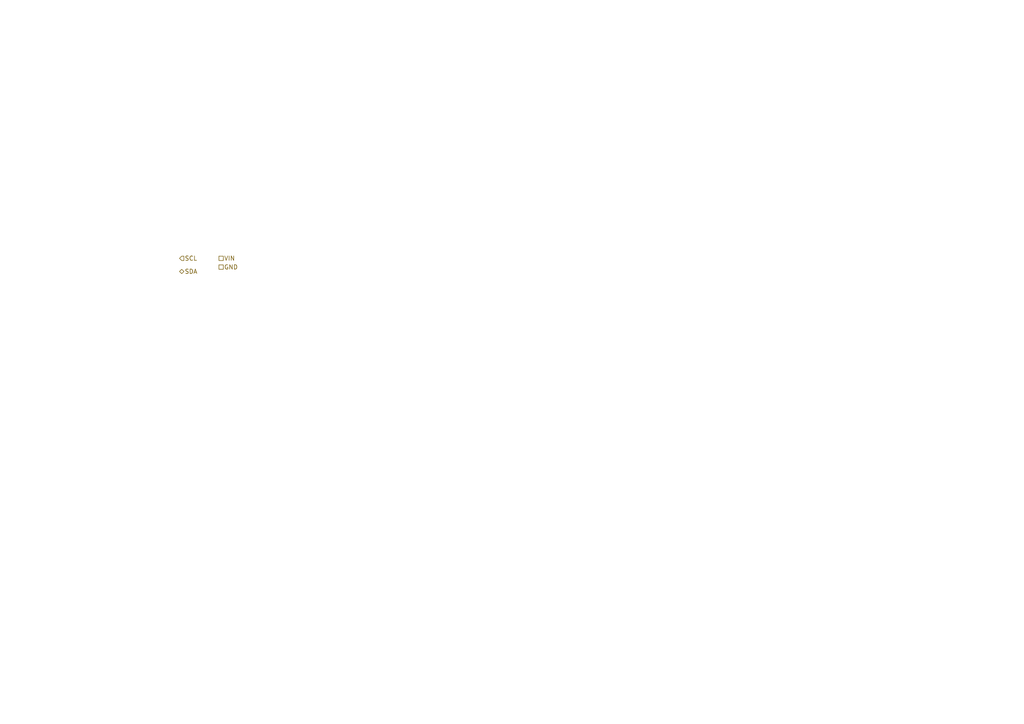
<source format=kicad_sch>
(kicad_sch
	(version 20231120)
	(generator "eeschema")
	(generator_version "8.0")
	(uuid "b653db37-80e8-42fa-b011-e56dba96ed53")
	(paper "A4")
	(title_block
		(company "Ege Turan")
		(comment 2 "Stanford, CA 94305")
		(comment 3 "Electrical Engineering Department")
		(comment 4 "Stanford University")
	)
	(lib_symbols)
	(hierarchical_label "SDA"
		(shape bidirectional)
		(at 52.07 78.74 0)
		(fields_autoplaced yes)
		(effects
			(font
				(size 1.27 1.27)
			)
			(justify left)
		)
		(uuid "0a2f722b-478c-4008-8f2b-d038d1dc5e47")
	)
	(hierarchical_label "SCL"
		(shape input)
		(at 52.07 74.93 0)
		(fields_autoplaced yes)
		(effects
			(font
				(size 1.27 1.27)
			)
			(justify left)
		)
		(uuid "41e5e891-689c-45d3-991c-5dc1c06e76e1")
	)
	(hierarchical_label "VIN"
		(shape passive)
		(at 63.5 74.93 0)
		(fields_autoplaced yes)
		(effects
			(font
				(size 1.27 1.27)
			)
			(justify left)
		)
		(uuid "5d6ceea0-39a3-4b5b-bda6-4698eb026b4c")
	)
	(hierarchical_label "GND"
		(shape passive)
		(at 63.5 77.47 0)
		(fields_autoplaced yes)
		(effects
			(font
				(size 1.27 1.27)
			)
			(justify left)
		)
		(uuid "b61e45ab-2fb8-4a5c-9e36-8f741f31586b")
	)
)

</source>
